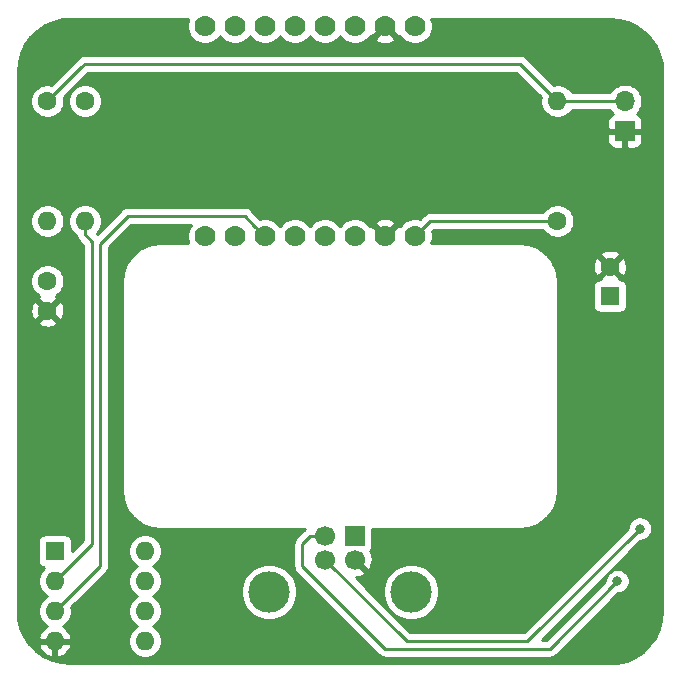
<source format=gbr>
G04 #@! TF.GenerationSoftware,KiCad,Pcbnew,5.1.5-52549c5~84~ubuntu19.04.1*
G04 #@! TF.CreationDate,2019-11-27T18:15:37+01:00*
G04 #@! TF.ProjectId,printplaat,7072696e-7470-46c6-9161-742e6b696361,rev?*
G04 #@! TF.SameCoordinates,Original*
G04 #@! TF.FileFunction,Copper,L1,Top*
G04 #@! TF.FilePolarity,Positive*
%FSLAX46Y46*%
G04 Gerber Fmt 4.6, Leading zero omitted, Abs format (unit mm)*
G04 Created by KiCad (PCBNEW 5.1.5-52549c5~84~ubuntu19.04.1) date 2019-11-27 18:15:37*
%MOMM*%
%LPD*%
G04 APERTURE LIST*
%ADD10R,1.600000X1.600000*%
%ADD11O,1.600000X1.600000*%
%ADD12C,1.600000*%
%ADD13R,1.700000X1.700000*%
%ADD14C,1.700000*%
%ADD15C,3.500000*%
%ADD16O,1.700000X1.700000*%
%ADD17C,1.778000*%
%ADD18C,0.800000*%
%ADD19C,0.250000*%
%ADD20C,0.254000*%
G04 APERTURE END LIST*
D10*
X99060000Y-160020000D03*
D11*
X106680000Y-167640000D03*
X99060000Y-162560000D03*
X106680000Y-165100000D03*
X99060000Y-165100000D03*
X106680000Y-162560000D03*
X99060000Y-167640000D03*
X106680000Y-160020000D03*
X101600000Y-132080000D03*
D12*
X101600000Y-121920000D03*
D10*
X146050000Y-138430000D03*
D12*
X146050000Y-135930000D03*
D13*
X124460000Y-158750000D03*
D14*
X121960000Y-158750000D03*
X121960000Y-160750000D03*
X124460000Y-160750000D03*
D15*
X129230000Y-163460000D03*
X117190000Y-163460000D03*
D12*
X141605000Y-132080000D03*
D11*
X141605000Y-121920000D03*
X98425000Y-132080000D03*
D12*
X98425000Y-121920000D03*
D13*
X147320000Y-124460000D03*
D16*
X147320000Y-121920000D03*
D12*
X98425000Y-137160000D03*
X98425000Y-139660000D03*
D17*
X111760000Y-133350000D03*
X114300000Y-133350000D03*
X116840000Y-133350000D03*
X119380000Y-133350000D03*
X121920000Y-133350000D03*
X124460000Y-133350000D03*
X127000000Y-133350000D03*
X129540000Y-133350000D03*
X129540000Y-115570000D03*
X127000000Y-115570000D03*
X124460000Y-115570000D03*
X121920000Y-115570000D03*
X119380000Y-115570000D03*
X116840000Y-115570000D03*
X114300000Y-115570000D03*
X111760000Y-115570000D03*
D18*
X146685000Y-162560000D03*
X148590000Y-158115000D03*
D19*
X141605000Y-121920000D02*
X138430000Y-118745000D01*
X101600000Y-118745000D02*
X101282500Y-119062500D01*
X138430000Y-118745000D02*
X101600000Y-118745000D01*
X101282500Y-119062500D02*
X98425000Y-121920000D01*
X147320000Y-121920000D02*
X141605000Y-121920000D01*
X113665000Y-133350000D02*
X114300000Y-133350000D01*
X114300000Y-133350000D02*
X114300000Y-132715000D01*
X99060000Y-162560000D02*
X101600000Y-160020000D01*
X101600000Y-133211370D02*
X102235000Y-133846370D01*
X101600000Y-132080000D02*
X101600000Y-133211370D01*
X102235000Y-159385000D02*
X101600000Y-160020000D01*
X102235000Y-133846370D02*
X102235000Y-159385000D01*
X115951001Y-132461001D02*
X116840000Y-133350000D01*
X105225009Y-131629991D02*
X115119991Y-131629991D01*
X102870000Y-133985000D02*
X105225009Y-131629991D01*
X99060000Y-165100000D02*
X102870000Y-161290000D01*
X102870000Y-161290000D02*
X102870000Y-133985000D01*
X115119991Y-131629991D02*
X115951001Y-132461001D01*
X130810000Y-132080000D02*
X129540000Y-133350000D01*
X141605000Y-132080000D02*
X130810000Y-132080000D01*
X120650000Y-158750000D02*
X121960000Y-158750000D01*
X146685000Y-162560000D02*
X140970000Y-168275000D01*
X120015000Y-161290000D02*
X120015000Y-159385000D01*
X127000000Y-168275000D02*
X120015000Y-161290000D01*
X140970000Y-168275000D02*
X127000000Y-168275000D01*
X120015000Y-159385000D02*
X120650000Y-158750000D01*
X128850000Y-167640000D02*
X121960000Y-160750000D01*
X139065000Y-167640000D02*
X128905000Y-167640000D01*
X148590000Y-158115000D02*
X139065000Y-167640000D01*
D20*
G36*
X110294566Y-115125466D02*
G01*
X110236000Y-115419899D01*
X110236000Y-115720101D01*
X110294566Y-116014534D01*
X110409449Y-116291885D01*
X110576232Y-116541493D01*
X110788507Y-116753768D01*
X111038115Y-116920551D01*
X111315466Y-117035434D01*
X111609899Y-117094000D01*
X111910101Y-117094000D01*
X112204534Y-117035434D01*
X112481885Y-116920551D01*
X112731493Y-116753768D01*
X112943768Y-116541493D01*
X113030000Y-116412438D01*
X113116232Y-116541493D01*
X113328507Y-116753768D01*
X113578115Y-116920551D01*
X113855466Y-117035434D01*
X114149899Y-117094000D01*
X114450101Y-117094000D01*
X114744534Y-117035434D01*
X115021885Y-116920551D01*
X115271493Y-116753768D01*
X115483768Y-116541493D01*
X115570000Y-116412438D01*
X115656232Y-116541493D01*
X115868507Y-116753768D01*
X116118115Y-116920551D01*
X116395466Y-117035434D01*
X116689899Y-117094000D01*
X116990101Y-117094000D01*
X117284534Y-117035434D01*
X117561885Y-116920551D01*
X117811493Y-116753768D01*
X118023768Y-116541493D01*
X118110000Y-116412438D01*
X118196232Y-116541493D01*
X118408507Y-116753768D01*
X118658115Y-116920551D01*
X118935466Y-117035434D01*
X119229899Y-117094000D01*
X119530101Y-117094000D01*
X119824534Y-117035434D01*
X120101885Y-116920551D01*
X120351493Y-116753768D01*
X120563768Y-116541493D01*
X120650000Y-116412438D01*
X120736232Y-116541493D01*
X120948507Y-116753768D01*
X121198115Y-116920551D01*
X121475466Y-117035434D01*
X121769899Y-117094000D01*
X122070101Y-117094000D01*
X122364534Y-117035434D01*
X122641885Y-116920551D01*
X122891493Y-116753768D01*
X123103768Y-116541493D01*
X123190000Y-116412438D01*
X123276232Y-116541493D01*
X123488507Y-116753768D01*
X123738115Y-116920551D01*
X124015466Y-117035434D01*
X124309899Y-117094000D01*
X124610101Y-117094000D01*
X124904534Y-117035434D01*
X125181885Y-116920551D01*
X125431493Y-116753768D01*
X125559030Y-116626231D01*
X126123374Y-116626231D01*
X126205727Y-116879289D01*
X126476418Y-117009086D01*
X126767230Y-117083580D01*
X127066988Y-117099908D01*
X127364171Y-117057443D01*
X127647359Y-116957816D01*
X127794273Y-116879289D01*
X127876626Y-116626231D01*
X127000000Y-115749605D01*
X126123374Y-116626231D01*
X125559030Y-116626231D01*
X125643768Y-116541493D01*
X125749417Y-116383378D01*
X125943769Y-116446626D01*
X126820395Y-115570000D01*
X126806253Y-115555858D01*
X126985858Y-115376253D01*
X127000000Y-115390395D01*
X127014143Y-115376253D01*
X127193748Y-115555858D01*
X127179605Y-115570000D01*
X128056231Y-116446626D01*
X128250583Y-116383378D01*
X128356232Y-116541493D01*
X128568507Y-116753768D01*
X128818115Y-116920551D01*
X129095466Y-117035434D01*
X129389899Y-117094000D01*
X129690101Y-117094000D01*
X129984534Y-117035434D01*
X130261885Y-116920551D01*
X130511493Y-116753768D01*
X130723768Y-116541493D01*
X130890551Y-116291885D01*
X131005434Y-116014534D01*
X131064000Y-115720101D01*
X131064000Y-115419899D01*
X131005434Y-115125466D01*
X130936895Y-114960000D01*
X146020608Y-114960000D01*
X146832249Y-115032437D01*
X147589774Y-115239672D01*
X148298625Y-115577777D01*
X148936404Y-116036067D01*
X149482946Y-116600055D01*
X149920977Y-117251913D01*
X150236651Y-117971038D01*
X150421206Y-118739768D01*
X150470000Y-119404207D01*
X150470001Y-165070597D01*
X150397563Y-165882249D01*
X150190328Y-166639774D01*
X149852221Y-167348627D01*
X149393928Y-167986410D01*
X148829945Y-168532946D01*
X148178085Y-168970978D01*
X147458963Y-169286651D01*
X146690232Y-169471206D01*
X146025792Y-169520000D01*
X100359392Y-169520000D01*
X99547751Y-169447563D01*
X98790226Y-169240328D01*
X98081373Y-168902221D01*
X97443590Y-168443928D01*
X97002774Y-167989039D01*
X97668096Y-167989039D01*
X97708754Y-168123087D01*
X97828963Y-168377420D01*
X97996481Y-168603414D01*
X98204869Y-168792385D01*
X98446119Y-168937070D01*
X98710960Y-169031909D01*
X98933000Y-168910624D01*
X98933000Y-167767000D01*
X99187000Y-167767000D01*
X99187000Y-168910624D01*
X99409040Y-169031909D01*
X99673881Y-168937070D01*
X99915131Y-168792385D01*
X100123519Y-168603414D01*
X100291037Y-168377420D01*
X100411246Y-168123087D01*
X100451904Y-167989039D01*
X100329915Y-167767000D01*
X99187000Y-167767000D01*
X98933000Y-167767000D01*
X97790085Y-167767000D01*
X97668096Y-167989039D01*
X97002774Y-167989039D01*
X96897054Y-167879945D01*
X96459022Y-167228085D01*
X96143349Y-166508963D01*
X95958794Y-165740232D01*
X95910000Y-165075792D01*
X95910000Y-159220000D01*
X97621928Y-159220000D01*
X97621928Y-160820000D01*
X97634188Y-160944482D01*
X97670498Y-161064180D01*
X97729463Y-161174494D01*
X97808815Y-161271185D01*
X97905506Y-161350537D01*
X98015820Y-161409502D01*
X98135518Y-161445812D01*
X98143961Y-161446643D01*
X97945363Y-161645241D01*
X97788320Y-161880273D01*
X97680147Y-162141426D01*
X97625000Y-162418665D01*
X97625000Y-162701335D01*
X97680147Y-162978574D01*
X97788320Y-163239727D01*
X97945363Y-163474759D01*
X98145241Y-163674637D01*
X98377759Y-163830000D01*
X98145241Y-163985363D01*
X97945363Y-164185241D01*
X97788320Y-164420273D01*
X97680147Y-164681426D01*
X97625000Y-164958665D01*
X97625000Y-165241335D01*
X97680147Y-165518574D01*
X97788320Y-165779727D01*
X97945363Y-166014759D01*
X98145241Y-166214637D01*
X98380273Y-166371680D01*
X98390865Y-166376067D01*
X98204869Y-166487615D01*
X97996481Y-166676586D01*
X97828963Y-166902580D01*
X97708754Y-167156913D01*
X97668096Y-167290961D01*
X97790085Y-167513000D01*
X98933000Y-167513000D01*
X98933000Y-167493000D01*
X99187000Y-167493000D01*
X99187000Y-167513000D01*
X100329915Y-167513000D01*
X100451904Y-167290961D01*
X100411246Y-167156913D01*
X100291037Y-166902580D01*
X100123519Y-166676586D01*
X99915131Y-166487615D01*
X99729135Y-166376067D01*
X99739727Y-166371680D01*
X99974759Y-166214637D01*
X100174637Y-166014759D01*
X100331680Y-165779727D01*
X100439853Y-165518574D01*
X100495000Y-165241335D01*
X100495000Y-164958665D01*
X100458688Y-164776113D01*
X103381004Y-161853798D01*
X103410001Y-161830001D01*
X103504974Y-161714276D01*
X103575546Y-161582247D01*
X103619003Y-161438986D01*
X103630000Y-161327333D01*
X103630000Y-161327325D01*
X103633676Y-161290000D01*
X103630000Y-161252675D01*
X103630000Y-159878665D01*
X105245000Y-159878665D01*
X105245000Y-160161335D01*
X105300147Y-160438574D01*
X105408320Y-160699727D01*
X105565363Y-160934759D01*
X105765241Y-161134637D01*
X105997759Y-161290000D01*
X105765241Y-161445363D01*
X105565363Y-161645241D01*
X105408320Y-161880273D01*
X105300147Y-162141426D01*
X105245000Y-162418665D01*
X105245000Y-162701335D01*
X105300147Y-162978574D01*
X105408320Y-163239727D01*
X105565363Y-163474759D01*
X105765241Y-163674637D01*
X105997759Y-163830000D01*
X105765241Y-163985363D01*
X105565363Y-164185241D01*
X105408320Y-164420273D01*
X105300147Y-164681426D01*
X105245000Y-164958665D01*
X105245000Y-165241335D01*
X105300147Y-165518574D01*
X105408320Y-165779727D01*
X105565363Y-166014759D01*
X105765241Y-166214637D01*
X105997759Y-166370000D01*
X105765241Y-166525363D01*
X105565363Y-166725241D01*
X105408320Y-166960273D01*
X105300147Y-167221426D01*
X105245000Y-167498665D01*
X105245000Y-167781335D01*
X105300147Y-168058574D01*
X105408320Y-168319727D01*
X105565363Y-168554759D01*
X105765241Y-168754637D01*
X106000273Y-168911680D01*
X106261426Y-169019853D01*
X106538665Y-169075000D01*
X106821335Y-169075000D01*
X107098574Y-169019853D01*
X107359727Y-168911680D01*
X107594759Y-168754637D01*
X107794637Y-168554759D01*
X107951680Y-168319727D01*
X108059853Y-168058574D01*
X108115000Y-167781335D01*
X108115000Y-167498665D01*
X108059853Y-167221426D01*
X107951680Y-166960273D01*
X107794637Y-166725241D01*
X107594759Y-166525363D01*
X107362241Y-166370000D01*
X107594759Y-166214637D01*
X107794637Y-166014759D01*
X107951680Y-165779727D01*
X108059853Y-165518574D01*
X108115000Y-165241335D01*
X108115000Y-164958665D01*
X108059853Y-164681426D01*
X107951680Y-164420273D01*
X107794637Y-164185241D01*
X107594759Y-163985363D01*
X107362241Y-163830000D01*
X107594759Y-163674637D01*
X107794637Y-163474759D01*
X107951680Y-163239727D01*
X107957739Y-163225098D01*
X114805000Y-163225098D01*
X114805000Y-163694902D01*
X114896654Y-164155679D01*
X115076440Y-164589721D01*
X115337450Y-164980349D01*
X115669651Y-165312550D01*
X116060279Y-165573560D01*
X116494321Y-165753346D01*
X116955098Y-165845000D01*
X117424902Y-165845000D01*
X117885679Y-165753346D01*
X118319721Y-165573560D01*
X118710349Y-165312550D01*
X119042550Y-164980349D01*
X119303560Y-164589721D01*
X119483346Y-164155679D01*
X119575000Y-163694902D01*
X119575000Y-163225098D01*
X119483346Y-162764321D01*
X119303560Y-162330279D01*
X119042550Y-161939651D01*
X118710349Y-161607450D01*
X118319721Y-161346440D01*
X117885679Y-161166654D01*
X117424902Y-161075000D01*
X116955098Y-161075000D01*
X116494321Y-161166654D01*
X116060279Y-161346440D01*
X115669651Y-161607450D01*
X115337450Y-161939651D01*
X115076440Y-162330279D01*
X114896654Y-162764321D01*
X114805000Y-163225098D01*
X107957739Y-163225098D01*
X108059853Y-162978574D01*
X108115000Y-162701335D01*
X108115000Y-162418665D01*
X108059853Y-162141426D01*
X107951680Y-161880273D01*
X107794637Y-161645241D01*
X107594759Y-161445363D01*
X107362241Y-161290000D01*
X107594759Y-161134637D01*
X107794637Y-160934759D01*
X107951680Y-160699727D01*
X108059853Y-160438574D01*
X108115000Y-160161335D01*
X108115000Y-159878665D01*
X108059853Y-159601426D01*
X107951680Y-159340273D01*
X107794637Y-159105241D01*
X107594759Y-158905363D01*
X107359727Y-158748320D01*
X107098574Y-158640147D01*
X106821335Y-158585000D01*
X106538665Y-158585000D01*
X106261426Y-158640147D01*
X106000273Y-158748320D01*
X105765241Y-158905363D01*
X105565363Y-159105241D01*
X105408320Y-159340273D01*
X105300147Y-159601426D01*
X105245000Y-159878665D01*
X103630000Y-159878665D01*
X103630000Y-134299801D01*
X105539811Y-132389991D01*
X110568559Y-132389991D01*
X110409449Y-132628115D01*
X110294566Y-132905466D01*
X110236000Y-133199899D01*
X110236000Y-133500101D01*
X110294566Y-133794534D01*
X110363105Y-133960000D01*
X107917581Y-133960000D01*
X107888254Y-133962888D01*
X107872451Y-133962778D01*
X107863280Y-133963678D01*
X107370273Y-134015495D01*
X107311742Y-134027510D01*
X107252917Y-134038731D01*
X107244095Y-134041395D01*
X106770542Y-134187984D01*
X106715427Y-134211153D01*
X106659934Y-134233573D01*
X106651798Y-134237900D01*
X106215738Y-134473677D01*
X106166171Y-134507110D01*
X106116092Y-134539881D01*
X106108951Y-134545706D01*
X105726991Y-134861690D01*
X105684850Y-134904126D01*
X105642101Y-134945989D01*
X105636227Y-134953089D01*
X105322917Y-135337246D01*
X105289824Y-135387054D01*
X105256017Y-135436428D01*
X105251634Y-135444534D01*
X105018908Y-135882230D01*
X104996122Y-135937512D01*
X104972547Y-135992517D01*
X104969822Y-136001320D01*
X104826543Y-136475884D01*
X104814923Y-136534572D01*
X104802487Y-136593075D01*
X104801524Y-136602240D01*
X104753150Y-137095595D01*
X104750000Y-137127582D01*
X104750001Y-154972419D01*
X104752888Y-155001737D01*
X104752778Y-155017550D01*
X104753678Y-155026721D01*
X104805495Y-155519727D01*
X104817522Y-155578320D01*
X104828732Y-155637084D01*
X104831395Y-155645906D01*
X104977984Y-156119458D01*
X105001158Y-156174584D01*
X105023573Y-156230066D01*
X105027900Y-156238202D01*
X105263677Y-156674262D01*
X105297110Y-156723829D01*
X105329881Y-156773908D01*
X105335706Y-156781049D01*
X105651690Y-157163009D01*
X105694107Y-157205131D01*
X105735989Y-157247900D01*
X105743090Y-157253773D01*
X106127246Y-157567084D01*
X106177073Y-157600188D01*
X106226428Y-157633983D01*
X106234531Y-157638364D01*
X106234539Y-157638368D01*
X106672230Y-157871092D01*
X106727536Y-157893888D01*
X106782517Y-157917453D01*
X106791320Y-157920178D01*
X107265885Y-158063457D01*
X107324558Y-158075074D01*
X107383075Y-158087513D01*
X107392240Y-158088476D01*
X107885595Y-158136850D01*
X107885598Y-158136850D01*
X107917581Y-158140000D01*
X120195293Y-158140000D01*
X120109999Y-158209999D01*
X120086200Y-158238998D01*
X119503998Y-158821201D01*
X119475000Y-158844999D01*
X119451202Y-158873997D01*
X119451201Y-158873998D01*
X119380026Y-158960724D01*
X119309454Y-159092754D01*
X119265998Y-159236015D01*
X119251324Y-159385000D01*
X119255001Y-159422332D01*
X119255000Y-161252677D01*
X119251324Y-161290000D01*
X119255000Y-161327322D01*
X119255000Y-161327332D01*
X119265997Y-161438985D01*
X119292089Y-161525000D01*
X119309454Y-161582246D01*
X119380026Y-161714276D01*
X119414320Y-161756063D01*
X119474999Y-161830001D01*
X119504003Y-161853804D01*
X126436201Y-168786003D01*
X126459999Y-168815001D01*
X126575724Y-168909974D01*
X126707753Y-168980546D01*
X126851014Y-169024003D01*
X126962667Y-169035000D01*
X126962675Y-169035000D01*
X127000000Y-169038676D01*
X127037325Y-169035000D01*
X140932678Y-169035000D01*
X140970000Y-169038676D01*
X141007322Y-169035000D01*
X141007333Y-169035000D01*
X141118986Y-169024003D01*
X141262247Y-168980546D01*
X141394276Y-168909974D01*
X141510001Y-168815001D01*
X141533804Y-168785997D01*
X146724802Y-163595000D01*
X146786939Y-163595000D01*
X146986898Y-163555226D01*
X147175256Y-163477205D01*
X147344774Y-163363937D01*
X147488937Y-163219774D01*
X147602205Y-163050256D01*
X147680226Y-162861898D01*
X147720000Y-162661939D01*
X147720000Y-162458061D01*
X147680226Y-162258102D01*
X147602205Y-162069744D01*
X147488937Y-161900226D01*
X147344774Y-161756063D01*
X147175256Y-161642795D01*
X146986898Y-161564774D01*
X146786939Y-161525000D01*
X146583061Y-161525000D01*
X146383102Y-161564774D01*
X146194744Y-161642795D01*
X146025226Y-161756063D01*
X145881063Y-161900226D01*
X145767795Y-162069744D01*
X145689774Y-162258102D01*
X145650000Y-162458061D01*
X145650000Y-162520198D01*
X140655199Y-167515000D01*
X140264801Y-167515000D01*
X148629802Y-159150000D01*
X148691939Y-159150000D01*
X148891898Y-159110226D01*
X149080256Y-159032205D01*
X149249774Y-158918937D01*
X149393937Y-158774774D01*
X149507205Y-158605256D01*
X149585226Y-158416898D01*
X149625000Y-158216939D01*
X149625000Y-158013061D01*
X149585226Y-157813102D01*
X149507205Y-157624744D01*
X149393937Y-157455226D01*
X149249774Y-157311063D01*
X149080256Y-157197795D01*
X148891898Y-157119774D01*
X148691939Y-157080000D01*
X148488061Y-157080000D01*
X148288102Y-157119774D01*
X148099744Y-157197795D01*
X147930226Y-157311063D01*
X147786063Y-157455226D01*
X147672795Y-157624744D01*
X147594774Y-157813102D01*
X147555000Y-158013061D01*
X147555000Y-158075198D01*
X138750199Y-166880000D01*
X129164803Y-166880000D01*
X125509901Y-163225098D01*
X126845000Y-163225098D01*
X126845000Y-163694902D01*
X126936654Y-164155679D01*
X127116440Y-164589721D01*
X127377450Y-164980349D01*
X127709651Y-165312550D01*
X128100279Y-165573560D01*
X128534321Y-165753346D01*
X128995098Y-165845000D01*
X129464902Y-165845000D01*
X129925679Y-165753346D01*
X130359721Y-165573560D01*
X130750349Y-165312550D01*
X131082550Y-164980349D01*
X131343560Y-164589721D01*
X131523346Y-164155679D01*
X131615000Y-163694902D01*
X131615000Y-163225098D01*
X131523346Y-162764321D01*
X131343560Y-162330279D01*
X131082550Y-161939651D01*
X130750349Y-161607450D01*
X130359721Y-161346440D01*
X129925679Y-161166654D01*
X129464902Y-161075000D01*
X128995098Y-161075000D01*
X128534321Y-161166654D01*
X128100279Y-161346440D01*
X127709651Y-161607450D01*
X127377450Y-161939651D01*
X127116440Y-162330279D01*
X126936654Y-162764321D01*
X126845000Y-163225098D01*
X125509901Y-163225098D01*
X124525241Y-162240439D01*
X124528531Y-162240611D01*
X124818019Y-162198599D01*
X125093747Y-162100919D01*
X125231157Y-162027472D01*
X125308792Y-161778397D01*
X124460000Y-160929605D01*
X124445858Y-160943748D01*
X124266253Y-160764143D01*
X124280395Y-160750000D01*
X124266253Y-160735858D01*
X124445858Y-160556253D01*
X124460000Y-160570395D01*
X124474143Y-160556253D01*
X124653748Y-160735858D01*
X124639605Y-160750000D01*
X125488397Y-161598792D01*
X125737472Y-161521157D01*
X125863371Y-161257117D01*
X125935339Y-160973589D01*
X125950611Y-160681469D01*
X125908599Y-160391981D01*
X125810919Y-160116253D01*
X125770241Y-160040150D01*
X125840537Y-159954494D01*
X125899502Y-159844180D01*
X125935812Y-159724482D01*
X125948072Y-159600000D01*
X125948072Y-158140000D01*
X138462419Y-158140000D01*
X138491746Y-158137112D01*
X138507550Y-158137222D01*
X138516721Y-158136322D01*
X139009727Y-158084505D01*
X139068320Y-158072478D01*
X139127084Y-158061268D01*
X139135906Y-158058605D01*
X139609458Y-157912016D01*
X139664584Y-157888842D01*
X139720066Y-157866427D01*
X139728202Y-157862100D01*
X140164262Y-157626323D01*
X140213829Y-157592890D01*
X140263908Y-157560119D01*
X140271049Y-157554294D01*
X140653009Y-157238310D01*
X140695131Y-157195893D01*
X140737900Y-157154011D01*
X140743773Y-157146910D01*
X141057084Y-156762754D01*
X141090188Y-156712927D01*
X141123983Y-156663572D01*
X141128364Y-156655469D01*
X141128368Y-156655461D01*
X141361092Y-156217770D01*
X141383888Y-156162464D01*
X141407453Y-156107483D01*
X141410178Y-156098680D01*
X141553457Y-155624115D01*
X141565074Y-155565442D01*
X141577513Y-155506925D01*
X141578476Y-155497760D01*
X141626850Y-155004405D01*
X141626850Y-155004402D01*
X141630000Y-154972419D01*
X141630000Y-137630000D01*
X144611928Y-137630000D01*
X144611928Y-139230000D01*
X144624188Y-139354482D01*
X144660498Y-139474180D01*
X144719463Y-139584494D01*
X144798815Y-139681185D01*
X144895506Y-139760537D01*
X145005820Y-139819502D01*
X145125518Y-139855812D01*
X145250000Y-139868072D01*
X146850000Y-139868072D01*
X146974482Y-139855812D01*
X147094180Y-139819502D01*
X147204494Y-139760537D01*
X147301185Y-139681185D01*
X147380537Y-139584494D01*
X147439502Y-139474180D01*
X147475812Y-139354482D01*
X147488072Y-139230000D01*
X147488072Y-137630000D01*
X147475812Y-137505518D01*
X147439502Y-137385820D01*
X147380537Y-137275506D01*
X147301185Y-137178815D01*
X147204494Y-137099463D01*
X147094180Y-137040498D01*
X146974482Y-137004188D01*
X146850000Y-136991928D01*
X146842785Y-136991928D01*
X146863097Y-136922702D01*
X146050000Y-136109605D01*
X145236903Y-136922702D01*
X145257215Y-136991928D01*
X145250000Y-136991928D01*
X145125518Y-137004188D01*
X145005820Y-137040498D01*
X144895506Y-137099463D01*
X144798815Y-137178815D01*
X144719463Y-137275506D01*
X144660498Y-137385820D01*
X144624188Y-137505518D01*
X144611928Y-137630000D01*
X141630000Y-137630000D01*
X141630000Y-137127581D01*
X141627112Y-137098254D01*
X141627222Y-137082451D01*
X141626322Y-137073280D01*
X141574505Y-136580273D01*
X141562490Y-136521742D01*
X141551269Y-136462917D01*
X141548605Y-136454095D01*
X141408198Y-136000512D01*
X144609783Y-136000512D01*
X144651213Y-136280130D01*
X144746397Y-136546292D01*
X144813329Y-136671514D01*
X145057298Y-136743097D01*
X145870395Y-135930000D01*
X146229605Y-135930000D01*
X147042702Y-136743097D01*
X147286671Y-136671514D01*
X147407571Y-136416004D01*
X147476300Y-136141816D01*
X147490217Y-135859488D01*
X147448787Y-135579870D01*
X147353603Y-135313708D01*
X147286671Y-135188486D01*
X147042702Y-135116903D01*
X146229605Y-135930000D01*
X145870395Y-135930000D01*
X145057298Y-135116903D01*
X144813329Y-135188486D01*
X144692429Y-135443996D01*
X144623700Y-135718184D01*
X144609783Y-136000512D01*
X141408198Y-136000512D01*
X141402016Y-135980542D01*
X141378847Y-135925427D01*
X141356427Y-135869934D01*
X141352100Y-135861798D01*
X141116323Y-135425738D01*
X141082890Y-135376171D01*
X141050119Y-135326092D01*
X141044294Y-135318951D01*
X140728564Y-134937298D01*
X145236903Y-134937298D01*
X146050000Y-135750395D01*
X146863097Y-134937298D01*
X146791514Y-134693329D01*
X146536004Y-134572429D01*
X146261816Y-134503700D01*
X145979488Y-134489783D01*
X145699870Y-134531213D01*
X145433708Y-134626397D01*
X145308486Y-134693329D01*
X145236903Y-134937298D01*
X140728564Y-134937298D01*
X140728310Y-134936991D01*
X140685874Y-134894850D01*
X140644011Y-134852101D01*
X140636911Y-134846227D01*
X140252754Y-134532917D01*
X140202946Y-134499824D01*
X140153572Y-134466017D01*
X140145466Y-134461634D01*
X139707770Y-134228908D01*
X139652488Y-134206122D01*
X139597483Y-134182547D01*
X139588680Y-134179822D01*
X139114116Y-134036543D01*
X139055428Y-134024923D01*
X138996925Y-134012487D01*
X138987760Y-134011524D01*
X138494405Y-133963150D01*
X138494402Y-133963150D01*
X138462419Y-133960000D01*
X130936895Y-133960000D01*
X131005434Y-133794534D01*
X131064000Y-133500101D01*
X131064000Y-133199899D01*
X131014377Y-132950425D01*
X131124802Y-132840000D01*
X140386957Y-132840000D01*
X140490363Y-132994759D01*
X140690241Y-133194637D01*
X140925273Y-133351680D01*
X141186426Y-133459853D01*
X141463665Y-133515000D01*
X141746335Y-133515000D01*
X142023574Y-133459853D01*
X142284727Y-133351680D01*
X142519759Y-133194637D01*
X142719637Y-132994759D01*
X142876680Y-132759727D01*
X142984853Y-132498574D01*
X143040000Y-132221335D01*
X143040000Y-131938665D01*
X142984853Y-131661426D01*
X142876680Y-131400273D01*
X142719637Y-131165241D01*
X142519759Y-130965363D01*
X142284727Y-130808320D01*
X142023574Y-130700147D01*
X141746335Y-130645000D01*
X141463665Y-130645000D01*
X141186426Y-130700147D01*
X140925273Y-130808320D01*
X140690241Y-130965363D01*
X140490363Y-131165241D01*
X140386957Y-131320000D01*
X130847322Y-131320000D01*
X130809999Y-131316324D01*
X130772676Y-131320000D01*
X130772667Y-131320000D01*
X130661014Y-131330997D01*
X130517753Y-131374454D01*
X130385724Y-131445026D01*
X130269999Y-131539999D01*
X130246201Y-131568997D01*
X129939575Y-131875623D01*
X129690101Y-131826000D01*
X129389899Y-131826000D01*
X129095466Y-131884566D01*
X128818115Y-131999449D01*
X128568507Y-132166232D01*
X128356232Y-132378507D01*
X128250583Y-132536622D01*
X128056231Y-132473374D01*
X127179605Y-133350000D01*
X127193748Y-133364143D01*
X127014143Y-133543748D01*
X127000000Y-133529605D01*
X126985858Y-133543748D01*
X126806253Y-133364143D01*
X126820395Y-133350000D01*
X125943769Y-132473374D01*
X125749417Y-132536622D01*
X125643768Y-132378507D01*
X125559030Y-132293769D01*
X126123374Y-132293769D01*
X127000000Y-133170395D01*
X127876626Y-132293769D01*
X127794273Y-132040711D01*
X127523582Y-131910914D01*
X127232770Y-131836420D01*
X126933012Y-131820092D01*
X126635829Y-131862557D01*
X126352641Y-131962184D01*
X126205727Y-132040711D01*
X126123374Y-132293769D01*
X125559030Y-132293769D01*
X125431493Y-132166232D01*
X125181885Y-131999449D01*
X124904534Y-131884566D01*
X124610101Y-131826000D01*
X124309899Y-131826000D01*
X124015466Y-131884566D01*
X123738115Y-131999449D01*
X123488507Y-132166232D01*
X123276232Y-132378507D01*
X123190000Y-132507562D01*
X123103768Y-132378507D01*
X122891493Y-132166232D01*
X122641885Y-131999449D01*
X122364534Y-131884566D01*
X122070101Y-131826000D01*
X121769899Y-131826000D01*
X121475466Y-131884566D01*
X121198115Y-131999449D01*
X120948507Y-132166232D01*
X120736232Y-132378507D01*
X120650000Y-132507562D01*
X120563768Y-132378507D01*
X120351493Y-132166232D01*
X120101885Y-131999449D01*
X119824534Y-131884566D01*
X119530101Y-131826000D01*
X119229899Y-131826000D01*
X118935466Y-131884566D01*
X118658115Y-131999449D01*
X118408507Y-132166232D01*
X118196232Y-132378507D01*
X118110000Y-132507562D01*
X118023768Y-132378507D01*
X117811493Y-132166232D01*
X117561885Y-131999449D01*
X117284534Y-131884566D01*
X116990101Y-131826000D01*
X116689899Y-131826000D01*
X116440425Y-131875623D01*
X115683794Y-131118993D01*
X115659992Y-131089990D01*
X115544267Y-130995017D01*
X115412238Y-130924445D01*
X115268977Y-130880988D01*
X115157324Y-130869991D01*
X115157313Y-130869991D01*
X115119991Y-130866315D01*
X115082669Y-130869991D01*
X105262334Y-130869991D01*
X105225009Y-130866315D01*
X105187684Y-130869991D01*
X105187676Y-130869991D01*
X105076023Y-130880988D01*
X104932762Y-130924445D01*
X104800733Y-130995017D01*
X104685008Y-131089990D01*
X104661210Y-131118988D01*
X102621815Y-133158384D01*
X102586414Y-133122982D01*
X102714637Y-132994759D01*
X102871680Y-132759727D01*
X102979853Y-132498574D01*
X103035000Y-132221335D01*
X103035000Y-131938665D01*
X102979853Y-131661426D01*
X102871680Y-131400273D01*
X102714637Y-131165241D01*
X102514759Y-130965363D01*
X102279727Y-130808320D01*
X102018574Y-130700147D01*
X101741335Y-130645000D01*
X101458665Y-130645000D01*
X101181426Y-130700147D01*
X100920273Y-130808320D01*
X100685241Y-130965363D01*
X100485363Y-131165241D01*
X100328320Y-131400273D01*
X100220147Y-131661426D01*
X100165000Y-131938665D01*
X100165000Y-132221335D01*
X100220147Y-132498574D01*
X100328320Y-132759727D01*
X100485363Y-132994759D01*
X100685241Y-133194637D01*
X100845203Y-133301520D01*
X100850144Y-133351680D01*
X100850998Y-133360355D01*
X100894454Y-133503616D01*
X100965026Y-133635646D01*
X101029471Y-133714171D01*
X101060000Y-133751371D01*
X101088998Y-133775169D01*
X101475000Y-134161172D01*
X101475001Y-159070197D01*
X101089007Y-159456192D01*
X101088996Y-159456201D01*
X100498072Y-160047125D01*
X100498072Y-159220000D01*
X100485812Y-159095518D01*
X100449502Y-158975820D01*
X100390537Y-158865506D01*
X100311185Y-158768815D01*
X100214494Y-158689463D01*
X100104180Y-158630498D01*
X99984482Y-158594188D01*
X99860000Y-158581928D01*
X98260000Y-158581928D01*
X98135518Y-158594188D01*
X98015820Y-158630498D01*
X97905506Y-158689463D01*
X97808815Y-158768815D01*
X97729463Y-158865506D01*
X97670498Y-158975820D01*
X97634188Y-159095518D01*
X97621928Y-159220000D01*
X95910000Y-159220000D01*
X95910000Y-140652702D01*
X97611903Y-140652702D01*
X97683486Y-140896671D01*
X97938996Y-141017571D01*
X98213184Y-141086300D01*
X98495512Y-141100217D01*
X98775130Y-141058787D01*
X99041292Y-140963603D01*
X99166514Y-140896671D01*
X99238097Y-140652702D01*
X98425000Y-139839605D01*
X97611903Y-140652702D01*
X95910000Y-140652702D01*
X95910000Y-139730512D01*
X96984783Y-139730512D01*
X97026213Y-140010130D01*
X97121397Y-140276292D01*
X97188329Y-140401514D01*
X97432298Y-140473097D01*
X98245395Y-139660000D01*
X98604605Y-139660000D01*
X99417702Y-140473097D01*
X99661671Y-140401514D01*
X99782571Y-140146004D01*
X99851300Y-139871816D01*
X99865217Y-139589488D01*
X99823787Y-139309870D01*
X99728603Y-139043708D01*
X99661671Y-138918486D01*
X99417702Y-138846903D01*
X98604605Y-139660000D01*
X98245395Y-139660000D01*
X97432298Y-138846903D01*
X97188329Y-138918486D01*
X97067429Y-139173996D01*
X96998700Y-139448184D01*
X96984783Y-139730512D01*
X95910000Y-139730512D01*
X95910000Y-137018665D01*
X96990000Y-137018665D01*
X96990000Y-137301335D01*
X97045147Y-137578574D01*
X97153320Y-137839727D01*
X97310363Y-138074759D01*
X97510241Y-138274637D01*
X97710869Y-138408692D01*
X97683486Y-138423329D01*
X97611903Y-138667298D01*
X98425000Y-139480395D01*
X99238097Y-138667298D01*
X99166514Y-138423329D01*
X99137659Y-138409676D01*
X99339759Y-138274637D01*
X99539637Y-138074759D01*
X99696680Y-137839727D01*
X99804853Y-137578574D01*
X99860000Y-137301335D01*
X99860000Y-137018665D01*
X99804853Y-136741426D01*
X99696680Y-136480273D01*
X99539637Y-136245241D01*
X99339759Y-136045363D01*
X99104727Y-135888320D01*
X98843574Y-135780147D01*
X98566335Y-135725000D01*
X98283665Y-135725000D01*
X98006426Y-135780147D01*
X97745273Y-135888320D01*
X97510241Y-136045363D01*
X97310363Y-136245241D01*
X97153320Y-136480273D01*
X97045147Y-136741426D01*
X96990000Y-137018665D01*
X95910000Y-137018665D01*
X95910000Y-131938665D01*
X96990000Y-131938665D01*
X96990000Y-132221335D01*
X97045147Y-132498574D01*
X97153320Y-132759727D01*
X97310363Y-132994759D01*
X97510241Y-133194637D01*
X97745273Y-133351680D01*
X98006426Y-133459853D01*
X98283665Y-133515000D01*
X98566335Y-133515000D01*
X98843574Y-133459853D01*
X99104727Y-133351680D01*
X99339759Y-133194637D01*
X99539637Y-132994759D01*
X99696680Y-132759727D01*
X99804853Y-132498574D01*
X99860000Y-132221335D01*
X99860000Y-131938665D01*
X99804853Y-131661426D01*
X99696680Y-131400273D01*
X99539637Y-131165241D01*
X99339759Y-130965363D01*
X99104727Y-130808320D01*
X98843574Y-130700147D01*
X98566335Y-130645000D01*
X98283665Y-130645000D01*
X98006426Y-130700147D01*
X97745273Y-130808320D01*
X97510241Y-130965363D01*
X97310363Y-131165241D01*
X97153320Y-131400273D01*
X97045147Y-131661426D01*
X96990000Y-131938665D01*
X95910000Y-131938665D01*
X95910000Y-125310000D01*
X145831928Y-125310000D01*
X145844188Y-125434482D01*
X145880498Y-125554180D01*
X145939463Y-125664494D01*
X146018815Y-125761185D01*
X146115506Y-125840537D01*
X146225820Y-125899502D01*
X146345518Y-125935812D01*
X146470000Y-125948072D01*
X147034250Y-125945000D01*
X147193000Y-125786250D01*
X147193000Y-124587000D01*
X147447000Y-124587000D01*
X147447000Y-125786250D01*
X147605750Y-125945000D01*
X148170000Y-125948072D01*
X148294482Y-125935812D01*
X148414180Y-125899502D01*
X148524494Y-125840537D01*
X148621185Y-125761185D01*
X148700537Y-125664494D01*
X148759502Y-125554180D01*
X148795812Y-125434482D01*
X148808072Y-125310000D01*
X148805000Y-124745750D01*
X148646250Y-124587000D01*
X147447000Y-124587000D01*
X147193000Y-124587000D01*
X145993750Y-124587000D01*
X145835000Y-124745750D01*
X145831928Y-125310000D01*
X95910000Y-125310000D01*
X95910000Y-121778665D01*
X96990000Y-121778665D01*
X96990000Y-122061335D01*
X97045147Y-122338574D01*
X97153320Y-122599727D01*
X97310363Y-122834759D01*
X97510241Y-123034637D01*
X97745273Y-123191680D01*
X98006426Y-123299853D01*
X98283665Y-123355000D01*
X98566335Y-123355000D01*
X98843574Y-123299853D01*
X99104727Y-123191680D01*
X99339759Y-123034637D01*
X99539637Y-122834759D01*
X99696680Y-122599727D01*
X99804853Y-122338574D01*
X99860000Y-122061335D01*
X99860000Y-121778665D01*
X100165000Y-121778665D01*
X100165000Y-122061335D01*
X100220147Y-122338574D01*
X100328320Y-122599727D01*
X100485363Y-122834759D01*
X100685241Y-123034637D01*
X100920273Y-123191680D01*
X101181426Y-123299853D01*
X101458665Y-123355000D01*
X101741335Y-123355000D01*
X102018574Y-123299853D01*
X102279727Y-123191680D01*
X102514759Y-123034637D01*
X102714637Y-122834759D01*
X102871680Y-122599727D01*
X102979853Y-122338574D01*
X103035000Y-122061335D01*
X103035000Y-121778665D01*
X102979853Y-121501426D01*
X102871680Y-121240273D01*
X102714637Y-121005241D01*
X102514759Y-120805363D01*
X102279727Y-120648320D01*
X102018574Y-120540147D01*
X101741335Y-120485000D01*
X101458665Y-120485000D01*
X101181426Y-120540147D01*
X100920273Y-120648320D01*
X100685241Y-120805363D01*
X100485363Y-121005241D01*
X100328320Y-121240273D01*
X100220147Y-121501426D01*
X100165000Y-121778665D01*
X99860000Y-121778665D01*
X99823688Y-121596114D01*
X101846299Y-119573503D01*
X101846304Y-119573497D01*
X101914801Y-119505000D01*
X138115199Y-119505000D01*
X140206312Y-121596114D01*
X140170000Y-121778665D01*
X140170000Y-122061335D01*
X140225147Y-122338574D01*
X140333320Y-122599727D01*
X140490363Y-122834759D01*
X140690241Y-123034637D01*
X140925273Y-123191680D01*
X141186426Y-123299853D01*
X141463665Y-123355000D01*
X141746335Y-123355000D01*
X142023574Y-123299853D01*
X142284727Y-123191680D01*
X142519759Y-123034637D01*
X142719637Y-122834759D01*
X142823043Y-122680000D01*
X146041822Y-122680000D01*
X146166525Y-122866632D01*
X146298380Y-122998487D01*
X146225820Y-123020498D01*
X146115506Y-123079463D01*
X146018815Y-123158815D01*
X145939463Y-123255506D01*
X145880498Y-123365820D01*
X145844188Y-123485518D01*
X145831928Y-123610000D01*
X145835000Y-124174250D01*
X145993750Y-124333000D01*
X147193000Y-124333000D01*
X147193000Y-124313000D01*
X147447000Y-124313000D01*
X147447000Y-124333000D01*
X148646250Y-124333000D01*
X148805000Y-124174250D01*
X148808072Y-123610000D01*
X148795812Y-123485518D01*
X148759502Y-123365820D01*
X148700537Y-123255506D01*
X148621185Y-123158815D01*
X148524494Y-123079463D01*
X148414180Y-123020498D01*
X148341620Y-122998487D01*
X148473475Y-122866632D01*
X148635990Y-122623411D01*
X148747932Y-122353158D01*
X148805000Y-122066260D01*
X148805000Y-121773740D01*
X148747932Y-121486842D01*
X148635990Y-121216589D01*
X148473475Y-120973368D01*
X148266632Y-120766525D01*
X148023411Y-120604010D01*
X147753158Y-120492068D01*
X147466260Y-120435000D01*
X147173740Y-120435000D01*
X146886842Y-120492068D01*
X146616589Y-120604010D01*
X146373368Y-120766525D01*
X146166525Y-120973368D01*
X146041822Y-121160000D01*
X142823043Y-121160000D01*
X142719637Y-121005241D01*
X142519759Y-120805363D01*
X142284727Y-120648320D01*
X142023574Y-120540147D01*
X141746335Y-120485000D01*
X141463665Y-120485000D01*
X141281114Y-120521312D01*
X138993804Y-118234003D01*
X138970001Y-118204999D01*
X138854276Y-118110026D01*
X138722247Y-118039454D01*
X138578986Y-117995997D01*
X138467333Y-117985000D01*
X138467322Y-117985000D01*
X138430000Y-117981324D01*
X138392678Y-117985000D01*
X101637323Y-117985000D01*
X101600000Y-117981324D01*
X101562677Y-117985000D01*
X101562667Y-117985000D01*
X101451014Y-117995997D01*
X101307753Y-118039454D01*
X101175724Y-118110026D01*
X101059999Y-118204999D01*
X101036196Y-118234003D01*
X100771503Y-118498696D01*
X100771497Y-118498701D01*
X98748886Y-120521312D01*
X98566335Y-120485000D01*
X98283665Y-120485000D01*
X98006426Y-120540147D01*
X97745273Y-120648320D01*
X97510241Y-120805363D01*
X97310363Y-121005241D01*
X97153320Y-121240273D01*
X97045147Y-121501426D01*
X96990000Y-121778665D01*
X95910000Y-121778665D01*
X95910000Y-119409392D01*
X95982437Y-118597751D01*
X96189672Y-117840226D01*
X96527777Y-117131375D01*
X96986067Y-116493596D01*
X97550055Y-115947054D01*
X98201913Y-115509023D01*
X98921038Y-115193349D01*
X99689768Y-115008794D01*
X100354207Y-114960000D01*
X110363105Y-114960000D01*
X110294566Y-115125466D01*
G37*
X110294566Y-115125466D02*
X110236000Y-115419899D01*
X110236000Y-115720101D01*
X110294566Y-116014534D01*
X110409449Y-116291885D01*
X110576232Y-116541493D01*
X110788507Y-116753768D01*
X111038115Y-116920551D01*
X111315466Y-117035434D01*
X111609899Y-117094000D01*
X111910101Y-117094000D01*
X112204534Y-117035434D01*
X112481885Y-116920551D01*
X112731493Y-116753768D01*
X112943768Y-116541493D01*
X113030000Y-116412438D01*
X113116232Y-116541493D01*
X113328507Y-116753768D01*
X113578115Y-116920551D01*
X113855466Y-117035434D01*
X114149899Y-117094000D01*
X114450101Y-117094000D01*
X114744534Y-117035434D01*
X115021885Y-116920551D01*
X115271493Y-116753768D01*
X115483768Y-116541493D01*
X115570000Y-116412438D01*
X115656232Y-116541493D01*
X115868507Y-116753768D01*
X116118115Y-116920551D01*
X116395466Y-117035434D01*
X116689899Y-117094000D01*
X116990101Y-117094000D01*
X117284534Y-117035434D01*
X117561885Y-116920551D01*
X117811493Y-116753768D01*
X118023768Y-116541493D01*
X118110000Y-116412438D01*
X118196232Y-116541493D01*
X118408507Y-116753768D01*
X118658115Y-116920551D01*
X118935466Y-117035434D01*
X119229899Y-117094000D01*
X119530101Y-117094000D01*
X119824534Y-117035434D01*
X120101885Y-116920551D01*
X120351493Y-116753768D01*
X120563768Y-116541493D01*
X120650000Y-116412438D01*
X120736232Y-116541493D01*
X120948507Y-116753768D01*
X121198115Y-116920551D01*
X121475466Y-117035434D01*
X121769899Y-117094000D01*
X122070101Y-117094000D01*
X122364534Y-117035434D01*
X122641885Y-116920551D01*
X122891493Y-116753768D01*
X123103768Y-116541493D01*
X123190000Y-116412438D01*
X123276232Y-116541493D01*
X123488507Y-116753768D01*
X123738115Y-116920551D01*
X124015466Y-117035434D01*
X124309899Y-117094000D01*
X124610101Y-117094000D01*
X124904534Y-117035434D01*
X125181885Y-116920551D01*
X125431493Y-116753768D01*
X125559030Y-116626231D01*
X126123374Y-116626231D01*
X126205727Y-116879289D01*
X126476418Y-117009086D01*
X126767230Y-117083580D01*
X127066988Y-117099908D01*
X127364171Y-117057443D01*
X127647359Y-116957816D01*
X127794273Y-116879289D01*
X127876626Y-116626231D01*
X127000000Y-115749605D01*
X126123374Y-116626231D01*
X125559030Y-116626231D01*
X125643768Y-116541493D01*
X125749417Y-116383378D01*
X125943769Y-116446626D01*
X126820395Y-115570000D01*
X126806253Y-115555858D01*
X126985858Y-115376253D01*
X127000000Y-115390395D01*
X127014143Y-115376253D01*
X127193748Y-115555858D01*
X127179605Y-115570000D01*
X128056231Y-116446626D01*
X128250583Y-116383378D01*
X128356232Y-116541493D01*
X128568507Y-116753768D01*
X128818115Y-116920551D01*
X129095466Y-117035434D01*
X129389899Y-117094000D01*
X129690101Y-117094000D01*
X129984534Y-117035434D01*
X130261885Y-116920551D01*
X130511493Y-116753768D01*
X130723768Y-116541493D01*
X130890551Y-116291885D01*
X131005434Y-116014534D01*
X131064000Y-115720101D01*
X131064000Y-115419899D01*
X131005434Y-115125466D01*
X130936895Y-114960000D01*
X146020608Y-114960000D01*
X146832249Y-115032437D01*
X147589774Y-115239672D01*
X148298625Y-115577777D01*
X148936404Y-116036067D01*
X149482946Y-116600055D01*
X149920977Y-117251913D01*
X150236651Y-117971038D01*
X150421206Y-118739768D01*
X150470000Y-119404207D01*
X150470001Y-165070597D01*
X150397563Y-165882249D01*
X150190328Y-166639774D01*
X149852221Y-167348627D01*
X149393928Y-167986410D01*
X148829945Y-168532946D01*
X148178085Y-168970978D01*
X147458963Y-169286651D01*
X146690232Y-169471206D01*
X146025792Y-169520000D01*
X100359392Y-169520000D01*
X99547751Y-169447563D01*
X98790226Y-169240328D01*
X98081373Y-168902221D01*
X97443590Y-168443928D01*
X97002774Y-167989039D01*
X97668096Y-167989039D01*
X97708754Y-168123087D01*
X97828963Y-168377420D01*
X97996481Y-168603414D01*
X98204869Y-168792385D01*
X98446119Y-168937070D01*
X98710960Y-169031909D01*
X98933000Y-168910624D01*
X98933000Y-167767000D01*
X99187000Y-167767000D01*
X99187000Y-168910624D01*
X99409040Y-169031909D01*
X99673881Y-168937070D01*
X99915131Y-168792385D01*
X100123519Y-168603414D01*
X100291037Y-168377420D01*
X100411246Y-168123087D01*
X100451904Y-167989039D01*
X100329915Y-167767000D01*
X99187000Y-167767000D01*
X98933000Y-167767000D01*
X97790085Y-167767000D01*
X97668096Y-167989039D01*
X97002774Y-167989039D01*
X96897054Y-167879945D01*
X96459022Y-167228085D01*
X96143349Y-166508963D01*
X95958794Y-165740232D01*
X95910000Y-165075792D01*
X95910000Y-159220000D01*
X97621928Y-159220000D01*
X97621928Y-160820000D01*
X97634188Y-160944482D01*
X97670498Y-161064180D01*
X97729463Y-161174494D01*
X97808815Y-161271185D01*
X97905506Y-161350537D01*
X98015820Y-161409502D01*
X98135518Y-161445812D01*
X98143961Y-161446643D01*
X97945363Y-161645241D01*
X97788320Y-161880273D01*
X97680147Y-162141426D01*
X97625000Y-162418665D01*
X97625000Y-162701335D01*
X97680147Y-162978574D01*
X97788320Y-163239727D01*
X97945363Y-163474759D01*
X98145241Y-163674637D01*
X98377759Y-163830000D01*
X98145241Y-163985363D01*
X97945363Y-164185241D01*
X97788320Y-164420273D01*
X97680147Y-164681426D01*
X97625000Y-164958665D01*
X97625000Y-165241335D01*
X97680147Y-165518574D01*
X97788320Y-165779727D01*
X97945363Y-166014759D01*
X98145241Y-166214637D01*
X98380273Y-166371680D01*
X98390865Y-166376067D01*
X98204869Y-166487615D01*
X97996481Y-166676586D01*
X97828963Y-166902580D01*
X97708754Y-167156913D01*
X97668096Y-167290961D01*
X97790085Y-167513000D01*
X98933000Y-167513000D01*
X98933000Y-167493000D01*
X99187000Y-167493000D01*
X99187000Y-167513000D01*
X100329915Y-167513000D01*
X100451904Y-167290961D01*
X100411246Y-167156913D01*
X100291037Y-166902580D01*
X100123519Y-166676586D01*
X99915131Y-166487615D01*
X99729135Y-166376067D01*
X99739727Y-166371680D01*
X99974759Y-166214637D01*
X100174637Y-166014759D01*
X100331680Y-165779727D01*
X100439853Y-165518574D01*
X100495000Y-165241335D01*
X100495000Y-164958665D01*
X100458688Y-164776113D01*
X103381004Y-161853798D01*
X103410001Y-161830001D01*
X103504974Y-161714276D01*
X103575546Y-161582247D01*
X103619003Y-161438986D01*
X103630000Y-161327333D01*
X103630000Y-161327325D01*
X103633676Y-161290000D01*
X103630000Y-161252675D01*
X103630000Y-159878665D01*
X105245000Y-159878665D01*
X105245000Y-160161335D01*
X105300147Y-160438574D01*
X105408320Y-160699727D01*
X105565363Y-160934759D01*
X105765241Y-161134637D01*
X105997759Y-161290000D01*
X105765241Y-161445363D01*
X105565363Y-161645241D01*
X105408320Y-161880273D01*
X105300147Y-162141426D01*
X105245000Y-162418665D01*
X105245000Y-162701335D01*
X105300147Y-162978574D01*
X105408320Y-163239727D01*
X105565363Y-163474759D01*
X105765241Y-163674637D01*
X105997759Y-163830000D01*
X105765241Y-163985363D01*
X105565363Y-164185241D01*
X105408320Y-164420273D01*
X105300147Y-164681426D01*
X105245000Y-164958665D01*
X105245000Y-165241335D01*
X105300147Y-165518574D01*
X105408320Y-165779727D01*
X105565363Y-166014759D01*
X105765241Y-166214637D01*
X105997759Y-166370000D01*
X105765241Y-166525363D01*
X105565363Y-166725241D01*
X105408320Y-166960273D01*
X105300147Y-167221426D01*
X105245000Y-167498665D01*
X105245000Y-167781335D01*
X105300147Y-168058574D01*
X105408320Y-168319727D01*
X105565363Y-168554759D01*
X105765241Y-168754637D01*
X106000273Y-168911680D01*
X106261426Y-169019853D01*
X106538665Y-169075000D01*
X106821335Y-169075000D01*
X107098574Y-169019853D01*
X107359727Y-168911680D01*
X107594759Y-168754637D01*
X107794637Y-168554759D01*
X107951680Y-168319727D01*
X108059853Y-168058574D01*
X108115000Y-167781335D01*
X108115000Y-167498665D01*
X108059853Y-167221426D01*
X107951680Y-166960273D01*
X107794637Y-166725241D01*
X107594759Y-166525363D01*
X107362241Y-166370000D01*
X107594759Y-166214637D01*
X107794637Y-166014759D01*
X107951680Y-165779727D01*
X108059853Y-165518574D01*
X108115000Y-165241335D01*
X108115000Y-164958665D01*
X108059853Y-164681426D01*
X107951680Y-164420273D01*
X107794637Y-164185241D01*
X107594759Y-163985363D01*
X107362241Y-163830000D01*
X107594759Y-163674637D01*
X107794637Y-163474759D01*
X107951680Y-163239727D01*
X107957739Y-163225098D01*
X114805000Y-163225098D01*
X114805000Y-163694902D01*
X114896654Y-164155679D01*
X115076440Y-164589721D01*
X115337450Y-164980349D01*
X115669651Y-165312550D01*
X116060279Y-165573560D01*
X116494321Y-165753346D01*
X116955098Y-165845000D01*
X117424902Y-165845000D01*
X117885679Y-165753346D01*
X118319721Y-165573560D01*
X118710349Y-165312550D01*
X119042550Y-164980349D01*
X119303560Y-164589721D01*
X119483346Y-164155679D01*
X119575000Y-163694902D01*
X119575000Y-163225098D01*
X119483346Y-162764321D01*
X119303560Y-162330279D01*
X119042550Y-161939651D01*
X118710349Y-161607450D01*
X118319721Y-161346440D01*
X117885679Y-161166654D01*
X117424902Y-161075000D01*
X116955098Y-161075000D01*
X116494321Y-161166654D01*
X116060279Y-161346440D01*
X115669651Y-161607450D01*
X115337450Y-161939651D01*
X115076440Y-162330279D01*
X114896654Y-162764321D01*
X114805000Y-163225098D01*
X107957739Y-163225098D01*
X108059853Y-162978574D01*
X108115000Y-162701335D01*
X108115000Y-162418665D01*
X108059853Y-162141426D01*
X107951680Y-161880273D01*
X107794637Y-161645241D01*
X107594759Y-161445363D01*
X107362241Y-161290000D01*
X107594759Y-161134637D01*
X107794637Y-160934759D01*
X107951680Y-160699727D01*
X108059853Y-160438574D01*
X108115000Y-160161335D01*
X108115000Y-159878665D01*
X108059853Y-159601426D01*
X107951680Y-159340273D01*
X107794637Y-159105241D01*
X107594759Y-158905363D01*
X107359727Y-158748320D01*
X107098574Y-158640147D01*
X106821335Y-158585000D01*
X106538665Y-158585000D01*
X106261426Y-158640147D01*
X106000273Y-158748320D01*
X105765241Y-158905363D01*
X105565363Y-159105241D01*
X105408320Y-159340273D01*
X105300147Y-159601426D01*
X105245000Y-159878665D01*
X103630000Y-159878665D01*
X103630000Y-134299801D01*
X105539811Y-132389991D01*
X110568559Y-132389991D01*
X110409449Y-132628115D01*
X110294566Y-132905466D01*
X110236000Y-133199899D01*
X110236000Y-133500101D01*
X110294566Y-133794534D01*
X110363105Y-133960000D01*
X107917581Y-133960000D01*
X107888254Y-133962888D01*
X107872451Y-133962778D01*
X107863280Y-133963678D01*
X107370273Y-134015495D01*
X107311742Y-134027510D01*
X107252917Y-134038731D01*
X107244095Y-134041395D01*
X106770542Y-134187984D01*
X106715427Y-134211153D01*
X106659934Y-134233573D01*
X106651798Y-134237900D01*
X106215738Y-134473677D01*
X106166171Y-134507110D01*
X106116092Y-134539881D01*
X106108951Y-134545706D01*
X105726991Y-134861690D01*
X105684850Y-134904126D01*
X105642101Y-134945989D01*
X105636227Y-134953089D01*
X105322917Y-135337246D01*
X105289824Y-135387054D01*
X105256017Y-135436428D01*
X105251634Y-135444534D01*
X105018908Y-135882230D01*
X104996122Y-135937512D01*
X104972547Y-135992517D01*
X104969822Y-136001320D01*
X104826543Y-136475884D01*
X104814923Y-136534572D01*
X104802487Y-136593075D01*
X104801524Y-136602240D01*
X104753150Y-137095595D01*
X104750000Y-137127582D01*
X104750001Y-154972419D01*
X104752888Y-155001737D01*
X104752778Y-155017550D01*
X104753678Y-155026721D01*
X104805495Y-155519727D01*
X104817522Y-155578320D01*
X104828732Y-155637084D01*
X104831395Y-155645906D01*
X104977984Y-156119458D01*
X105001158Y-156174584D01*
X105023573Y-156230066D01*
X105027900Y-156238202D01*
X105263677Y-156674262D01*
X105297110Y-156723829D01*
X105329881Y-156773908D01*
X105335706Y-156781049D01*
X105651690Y-157163009D01*
X105694107Y-157205131D01*
X105735989Y-157247900D01*
X105743090Y-157253773D01*
X106127246Y-157567084D01*
X106177073Y-157600188D01*
X106226428Y-157633983D01*
X106234531Y-157638364D01*
X106234539Y-157638368D01*
X106672230Y-157871092D01*
X106727536Y-157893888D01*
X106782517Y-157917453D01*
X106791320Y-157920178D01*
X107265885Y-158063457D01*
X107324558Y-158075074D01*
X107383075Y-158087513D01*
X107392240Y-158088476D01*
X107885595Y-158136850D01*
X107885598Y-158136850D01*
X107917581Y-158140000D01*
X120195293Y-158140000D01*
X120109999Y-158209999D01*
X120086200Y-158238998D01*
X119503998Y-158821201D01*
X119475000Y-158844999D01*
X119451202Y-158873997D01*
X119451201Y-158873998D01*
X119380026Y-158960724D01*
X119309454Y-159092754D01*
X119265998Y-159236015D01*
X119251324Y-159385000D01*
X119255001Y-159422332D01*
X119255000Y-161252677D01*
X119251324Y-161290000D01*
X119255000Y-161327322D01*
X119255000Y-161327332D01*
X119265997Y-161438985D01*
X119292089Y-161525000D01*
X119309454Y-161582246D01*
X119380026Y-161714276D01*
X119414320Y-161756063D01*
X119474999Y-161830001D01*
X119504003Y-161853804D01*
X126436201Y-168786003D01*
X126459999Y-168815001D01*
X126575724Y-168909974D01*
X126707753Y-168980546D01*
X126851014Y-169024003D01*
X126962667Y-169035000D01*
X126962675Y-169035000D01*
X127000000Y-169038676D01*
X127037325Y-169035000D01*
X140932678Y-169035000D01*
X140970000Y-169038676D01*
X141007322Y-169035000D01*
X141007333Y-169035000D01*
X141118986Y-169024003D01*
X141262247Y-168980546D01*
X141394276Y-168909974D01*
X141510001Y-168815001D01*
X141533804Y-168785997D01*
X146724802Y-163595000D01*
X146786939Y-163595000D01*
X146986898Y-163555226D01*
X147175256Y-163477205D01*
X147344774Y-163363937D01*
X147488937Y-163219774D01*
X147602205Y-163050256D01*
X147680226Y-162861898D01*
X147720000Y-162661939D01*
X147720000Y-162458061D01*
X147680226Y-162258102D01*
X147602205Y-162069744D01*
X147488937Y-161900226D01*
X147344774Y-161756063D01*
X147175256Y-161642795D01*
X146986898Y-161564774D01*
X146786939Y-161525000D01*
X146583061Y-161525000D01*
X146383102Y-161564774D01*
X146194744Y-161642795D01*
X146025226Y-161756063D01*
X145881063Y-161900226D01*
X145767795Y-162069744D01*
X145689774Y-162258102D01*
X145650000Y-162458061D01*
X145650000Y-162520198D01*
X140655199Y-167515000D01*
X140264801Y-167515000D01*
X148629802Y-159150000D01*
X148691939Y-159150000D01*
X148891898Y-159110226D01*
X149080256Y-159032205D01*
X149249774Y-158918937D01*
X149393937Y-158774774D01*
X149507205Y-158605256D01*
X149585226Y-158416898D01*
X149625000Y-158216939D01*
X149625000Y-158013061D01*
X149585226Y-157813102D01*
X149507205Y-157624744D01*
X149393937Y-157455226D01*
X149249774Y-157311063D01*
X149080256Y-157197795D01*
X148891898Y-157119774D01*
X148691939Y-157080000D01*
X148488061Y-157080000D01*
X148288102Y-157119774D01*
X148099744Y-157197795D01*
X147930226Y-157311063D01*
X147786063Y-157455226D01*
X147672795Y-157624744D01*
X147594774Y-157813102D01*
X147555000Y-158013061D01*
X147555000Y-158075198D01*
X138750199Y-166880000D01*
X129164803Y-166880000D01*
X125509901Y-163225098D01*
X126845000Y-163225098D01*
X126845000Y-163694902D01*
X126936654Y-164155679D01*
X127116440Y-164589721D01*
X127377450Y-164980349D01*
X127709651Y-165312550D01*
X128100279Y-165573560D01*
X128534321Y-165753346D01*
X128995098Y-165845000D01*
X129464902Y-165845000D01*
X129925679Y-165753346D01*
X130359721Y-165573560D01*
X130750349Y-165312550D01*
X131082550Y-164980349D01*
X131343560Y-164589721D01*
X131523346Y-164155679D01*
X131615000Y-163694902D01*
X131615000Y-163225098D01*
X131523346Y-162764321D01*
X131343560Y-162330279D01*
X131082550Y-161939651D01*
X130750349Y-161607450D01*
X130359721Y-161346440D01*
X129925679Y-161166654D01*
X129464902Y-161075000D01*
X128995098Y-161075000D01*
X128534321Y-161166654D01*
X128100279Y-161346440D01*
X127709651Y-161607450D01*
X127377450Y-161939651D01*
X127116440Y-162330279D01*
X126936654Y-162764321D01*
X126845000Y-163225098D01*
X125509901Y-163225098D01*
X124525241Y-162240439D01*
X124528531Y-162240611D01*
X124818019Y-162198599D01*
X125093747Y-162100919D01*
X125231157Y-162027472D01*
X125308792Y-161778397D01*
X124460000Y-160929605D01*
X124445858Y-160943748D01*
X124266253Y-160764143D01*
X124280395Y-160750000D01*
X124266253Y-160735858D01*
X124445858Y-160556253D01*
X124460000Y-160570395D01*
X124474143Y-160556253D01*
X124653748Y-160735858D01*
X124639605Y-160750000D01*
X125488397Y-161598792D01*
X125737472Y-161521157D01*
X125863371Y-161257117D01*
X125935339Y-160973589D01*
X125950611Y-160681469D01*
X125908599Y-160391981D01*
X125810919Y-160116253D01*
X125770241Y-160040150D01*
X125840537Y-159954494D01*
X125899502Y-159844180D01*
X125935812Y-159724482D01*
X125948072Y-159600000D01*
X125948072Y-158140000D01*
X138462419Y-158140000D01*
X138491746Y-158137112D01*
X138507550Y-158137222D01*
X138516721Y-158136322D01*
X139009727Y-158084505D01*
X139068320Y-158072478D01*
X139127084Y-158061268D01*
X139135906Y-158058605D01*
X139609458Y-157912016D01*
X139664584Y-157888842D01*
X139720066Y-157866427D01*
X139728202Y-157862100D01*
X140164262Y-157626323D01*
X140213829Y-157592890D01*
X140263908Y-157560119D01*
X140271049Y-157554294D01*
X140653009Y-157238310D01*
X140695131Y-157195893D01*
X140737900Y-157154011D01*
X140743773Y-157146910D01*
X141057084Y-156762754D01*
X141090188Y-156712927D01*
X141123983Y-156663572D01*
X141128364Y-156655469D01*
X141128368Y-156655461D01*
X141361092Y-156217770D01*
X141383888Y-156162464D01*
X141407453Y-156107483D01*
X141410178Y-156098680D01*
X141553457Y-155624115D01*
X141565074Y-155565442D01*
X141577513Y-155506925D01*
X141578476Y-155497760D01*
X141626850Y-155004405D01*
X141626850Y-155004402D01*
X141630000Y-154972419D01*
X141630000Y-137630000D01*
X144611928Y-137630000D01*
X144611928Y-139230000D01*
X144624188Y-139354482D01*
X144660498Y-139474180D01*
X144719463Y-139584494D01*
X144798815Y-139681185D01*
X144895506Y-139760537D01*
X145005820Y-139819502D01*
X145125518Y-139855812D01*
X145250000Y-139868072D01*
X146850000Y-139868072D01*
X146974482Y-139855812D01*
X147094180Y-139819502D01*
X147204494Y-139760537D01*
X147301185Y-139681185D01*
X147380537Y-139584494D01*
X147439502Y-139474180D01*
X147475812Y-139354482D01*
X147488072Y-139230000D01*
X147488072Y-137630000D01*
X147475812Y-137505518D01*
X147439502Y-137385820D01*
X147380537Y-137275506D01*
X147301185Y-137178815D01*
X147204494Y-137099463D01*
X147094180Y-137040498D01*
X146974482Y-137004188D01*
X146850000Y-136991928D01*
X146842785Y-136991928D01*
X146863097Y-136922702D01*
X146050000Y-136109605D01*
X145236903Y-136922702D01*
X145257215Y-136991928D01*
X145250000Y-136991928D01*
X145125518Y-137004188D01*
X145005820Y-137040498D01*
X144895506Y-137099463D01*
X144798815Y-137178815D01*
X144719463Y-137275506D01*
X144660498Y-137385820D01*
X144624188Y-137505518D01*
X144611928Y-137630000D01*
X141630000Y-137630000D01*
X141630000Y-137127581D01*
X141627112Y-137098254D01*
X141627222Y-137082451D01*
X141626322Y-137073280D01*
X141574505Y-136580273D01*
X141562490Y-136521742D01*
X141551269Y-136462917D01*
X141548605Y-136454095D01*
X141408198Y-136000512D01*
X144609783Y-136000512D01*
X144651213Y-136280130D01*
X144746397Y-136546292D01*
X144813329Y-136671514D01*
X145057298Y-136743097D01*
X145870395Y-135930000D01*
X146229605Y-135930000D01*
X147042702Y-136743097D01*
X147286671Y-136671514D01*
X147407571Y-136416004D01*
X147476300Y-136141816D01*
X147490217Y-135859488D01*
X147448787Y-135579870D01*
X147353603Y-135313708D01*
X147286671Y-135188486D01*
X147042702Y-135116903D01*
X146229605Y-135930000D01*
X145870395Y-135930000D01*
X145057298Y-135116903D01*
X144813329Y-135188486D01*
X144692429Y-135443996D01*
X144623700Y-135718184D01*
X144609783Y-136000512D01*
X141408198Y-136000512D01*
X141402016Y-135980542D01*
X141378847Y-135925427D01*
X141356427Y-135869934D01*
X141352100Y-135861798D01*
X141116323Y-135425738D01*
X141082890Y-135376171D01*
X141050119Y-135326092D01*
X141044294Y-135318951D01*
X140728564Y-134937298D01*
X145236903Y-134937298D01*
X146050000Y-135750395D01*
X146863097Y-134937298D01*
X146791514Y-134693329D01*
X146536004Y-134572429D01*
X146261816Y-134503700D01*
X145979488Y-134489783D01*
X145699870Y-134531213D01*
X145433708Y-134626397D01*
X145308486Y-134693329D01*
X145236903Y-134937298D01*
X140728564Y-134937298D01*
X140728310Y-134936991D01*
X140685874Y-134894850D01*
X140644011Y-134852101D01*
X140636911Y-134846227D01*
X140252754Y-134532917D01*
X140202946Y-134499824D01*
X140153572Y-134466017D01*
X140145466Y-134461634D01*
X139707770Y-134228908D01*
X139652488Y-134206122D01*
X139597483Y-134182547D01*
X139588680Y-134179822D01*
X139114116Y-134036543D01*
X139055428Y-134024923D01*
X138996925Y-134012487D01*
X138987760Y-134011524D01*
X138494405Y-133963150D01*
X138494402Y-133963150D01*
X138462419Y-133960000D01*
X130936895Y-133960000D01*
X131005434Y-133794534D01*
X131064000Y-133500101D01*
X131064000Y-133199899D01*
X131014377Y-132950425D01*
X131124802Y-132840000D01*
X140386957Y-132840000D01*
X140490363Y-132994759D01*
X140690241Y-133194637D01*
X140925273Y-133351680D01*
X141186426Y-133459853D01*
X141463665Y-133515000D01*
X141746335Y-133515000D01*
X142023574Y-133459853D01*
X142284727Y-133351680D01*
X142519759Y-133194637D01*
X142719637Y-132994759D01*
X142876680Y-132759727D01*
X142984853Y-132498574D01*
X143040000Y-132221335D01*
X143040000Y-131938665D01*
X142984853Y-131661426D01*
X142876680Y-131400273D01*
X142719637Y-131165241D01*
X142519759Y-130965363D01*
X142284727Y-130808320D01*
X142023574Y-130700147D01*
X141746335Y-130645000D01*
X141463665Y-130645000D01*
X141186426Y-130700147D01*
X140925273Y-130808320D01*
X140690241Y-130965363D01*
X140490363Y-131165241D01*
X140386957Y-131320000D01*
X130847322Y-131320000D01*
X130809999Y-131316324D01*
X130772676Y-131320000D01*
X130772667Y-131320000D01*
X130661014Y-131330997D01*
X130517753Y-131374454D01*
X130385724Y-131445026D01*
X130269999Y-131539999D01*
X130246201Y-131568997D01*
X129939575Y-131875623D01*
X129690101Y-131826000D01*
X129389899Y-131826000D01*
X129095466Y-131884566D01*
X128818115Y-131999449D01*
X128568507Y-132166232D01*
X128356232Y-132378507D01*
X128250583Y-132536622D01*
X128056231Y-132473374D01*
X127179605Y-133350000D01*
X127193748Y-133364143D01*
X127014143Y-133543748D01*
X127000000Y-133529605D01*
X126985858Y-133543748D01*
X126806253Y-133364143D01*
X126820395Y-133350000D01*
X125943769Y-132473374D01*
X125749417Y-132536622D01*
X125643768Y-132378507D01*
X125559030Y-132293769D01*
X126123374Y-132293769D01*
X127000000Y-133170395D01*
X127876626Y-132293769D01*
X127794273Y-132040711D01*
X127523582Y-131910914D01*
X127232770Y-131836420D01*
X126933012Y-131820092D01*
X126635829Y-131862557D01*
X126352641Y-131962184D01*
X126205727Y-132040711D01*
X126123374Y-132293769D01*
X125559030Y-132293769D01*
X125431493Y-132166232D01*
X125181885Y-131999449D01*
X124904534Y-131884566D01*
X124610101Y-131826000D01*
X124309899Y-131826000D01*
X124015466Y-131884566D01*
X123738115Y-131999449D01*
X123488507Y-132166232D01*
X123276232Y-132378507D01*
X123190000Y-132507562D01*
X123103768Y-132378507D01*
X122891493Y-132166232D01*
X122641885Y-131999449D01*
X122364534Y-131884566D01*
X122070101Y-131826000D01*
X121769899Y-131826000D01*
X121475466Y-131884566D01*
X121198115Y-131999449D01*
X120948507Y-132166232D01*
X120736232Y-132378507D01*
X120650000Y-132507562D01*
X120563768Y-132378507D01*
X120351493Y-132166232D01*
X120101885Y-131999449D01*
X119824534Y-131884566D01*
X119530101Y-131826000D01*
X119229899Y-131826000D01*
X118935466Y-131884566D01*
X118658115Y-131999449D01*
X118408507Y-132166232D01*
X118196232Y-132378507D01*
X118110000Y-132507562D01*
X118023768Y-132378507D01*
X117811493Y-132166232D01*
X117561885Y-131999449D01*
X117284534Y-131884566D01*
X116990101Y-131826000D01*
X116689899Y-131826000D01*
X116440425Y-131875623D01*
X115683794Y-131118993D01*
X115659992Y-131089990D01*
X115544267Y-130995017D01*
X115412238Y-130924445D01*
X115268977Y-130880988D01*
X115157324Y-130869991D01*
X115157313Y-130869991D01*
X115119991Y-130866315D01*
X115082669Y-130869991D01*
X105262334Y-130869991D01*
X105225009Y-130866315D01*
X105187684Y-130869991D01*
X105187676Y-130869991D01*
X105076023Y-130880988D01*
X104932762Y-130924445D01*
X104800733Y-130995017D01*
X104685008Y-131089990D01*
X104661210Y-131118988D01*
X102621815Y-133158384D01*
X102586414Y-133122982D01*
X102714637Y-132994759D01*
X102871680Y-132759727D01*
X102979853Y-132498574D01*
X103035000Y-132221335D01*
X103035000Y-131938665D01*
X102979853Y-131661426D01*
X102871680Y-131400273D01*
X102714637Y-131165241D01*
X102514759Y-130965363D01*
X102279727Y-130808320D01*
X102018574Y-130700147D01*
X101741335Y-130645000D01*
X101458665Y-130645000D01*
X101181426Y-130700147D01*
X100920273Y-130808320D01*
X100685241Y-130965363D01*
X100485363Y-131165241D01*
X100328320Y-131400273D01*
X100220147Y-131661426D01*
X100165000Y-131938665D01*
X100165000Y-132221335D01*
X100220147Y-132498574D01*
X100328320Y-132759727D01*
X100485363Y-132994759D01*
X100685241Y-133194637D01*
X100845203Y-133301520D01*
X100850144Y-133351680D01*
X100850998Y-133360355D01*
X100894454Y-133503616D01*
X100965026Y-133635646D01*
X101029471Y-133714171D01*
X101060000Y-133751371D01*
X101088998Y-133775169D01*
X101475000Y-134161172D01*
X101475001Y-159070197D01*
X101089007Y-159456192D01*
X101088996Y-159456201D01*
X100498072Y-160047125D01*
X100498072Y-159220000D01*
X100485812Y-159095518D01*
X100449502Y-158975820D01*
X100390537Y-158865506D01*
X100311185Y-158768815D01*
X100214494Y-158689463D01*
X100104180Y-158630498D01*
X99984482Y-158594188D01*
X99860000Y-158581928D01*
X98260000Y-158581928D01*
X98135518Y-158594188D01*
X98015820Y-158630498D01*
X97905506Y-158689463D01*
X97808815Y-158768815D01*
X97729463Y-158865506D01*
X97670498Y-158975820D01*
X97634188Y-159095518D01*
X97621928Y-159220000D01*
X95910000Y-159220000D01*
X95910000Y-140652702D01*
X97611903Y-140652702D01*
X97683486Y-140896671D01*
X97938996Y-141017571D01*
X98213184Y-141086300D01*
X98495512Y-141100217D01*
X98775130Y-141058787D01*
X99041292Y-140963603D01*
X99166514Y-140896671D01*
X99238097Y-140652702D01*
X98425000Y-139839605D01*
X97611903Y-140652702D01*
X95910000Y-140652702D01*
X95910000Y-139730512D01*
X96984783Y-139730512D01*
X97026213Y-140010130D01*
X97121397Y-140276292D01*
X97188329Y-140401514D01*
X97432298Y-140473097D01*
X98245395Y-139660000D01*
X98604605Y-139660000D01*
X99417702Y-140473097D01*
X99661671Y-140401514D01*
X99782571Y-140146004D01*
X99851300Y-139871816D01*
X99865217Y-139589488D01*
X99823787Y-139309870D01*
X99728603Y-139043708D01*
X99661671Y-138918486D01*
X99417702Y-138846903D01*
X98604605Y-139660000D01*
X98245395Y-139660000D01*
X97432298Y-138846903D01*
X97188329Y-138918486D01*
X97067429Y-139173996D01*
X96998700Y-139448184D01*
X96984783Y-139730512D01*
X95910000Y-139730512D01*
X95910000Y-137018665D01*
X96990000Y-137018665D01*
X96990000Y-137301335D01*
X97045147Y-137578574D01*
X97153320Y-137839727D01*
X97310363Y-138074759D01*
X97510241Y-138274637D01*
X97710869Y-138408692D01*
X97683486Y-138423329D01*
X97611903Y-138667298D01*
X98425000Y-139480395D01*
X99238097Y-138667298D01*
X99166514Y-138423329D01*
X99137659Y-138409676D01*
X99339759Y-138274637D01*
X99539637Y-138074759D01*
X99696680Y-137839727D01*
X99804853Y-137578574D01*
X99860000Y-137301335D01*
X99860000Y-137018665D01*
X99804853Y-136741426D01*
X99696680Y-136480273D01*
X99539637Y-136245241D01*
X99339759Y-136045363D01*
X99104727Y-135888320D01*
X98843574Y-135780147D01*
X98566335Y-135725000D01*
X98283665Y-135725000D01*
X98006426Y-135780147D01*
X97745273Y-135888320D01*
X97510241Y-136045363D01*
X97310363Y-136245241D01*
X97153320Y-136480273D01*
X97045147Y-136741426D01*
X96990000Y-137018665D01*
X95910000Y-137018665D01*
X95910000Y-131938665D01*
X96990000Y-131938665D01*
X96990000Y-132221335D01*
X97045147Y-132498574D01*
X97153320Y-132759727D01*
X97310363Y-132994759D01*
X97510241Y-133194637D01*
X97745273Y-133351680D01*
X98006426Y-133459853D01*
X98283665Y-133515000D01*
X98566335Y-133515000D01*
X98843574Y-133459853D01*
X99104727Y-133351680D01*
X99339759Y-133194637D01*
X99539637Y-132994759D01*
X99696680Y-132759727D01*
X99804853Y-132498574D01*
X99860000Y-132221335D01*
X99860000Y-131938665D01*
X99804853Y-131661426D01*
X99696680Y-131400273D01*
X99539637Y-131165241D01*
X99339759Y-130965363D01*
X99104727Y-130808320D01*
X98843574Y-130700147D01*
X98566335Y-130645000D01*
X98283665Y-130645000D01*
X98006426Y-130700147D01*
X97745273Y-130808320D01*
X97510241Y-130965363D01*
X97310363Y-131165241D01*
X97153320Y-131400273D01*
X97045147Y-131661426D01*
X96990000Y-131938665D01*
X95910000Y-131938665D01*
X95910000Y-125310000D01*
X145831928Y-125310000D01*
X145844188Y-125434482D01*
X145880498Y-125554180D01*
X145939463Y-125664494D01*
X146018815Y-125761185D01*
X146115506Y-125840537D01*
X146225820Y-125899502D01*
X146345518Y-125935812D01*
X146470000Y-125948072D01*
X147034250Y-125945000D01*
X147193000Y-125786250D01*
X147193000Y-124587000D01*
X147447000Y-124587000D01*
X147447000Y-125786250D01*
X147605750Y-125945000D01*
X148170000Y-125948072D01*
X148294482Y-125935812D01*
X148414180Y-125899502D01*
X148524494Y-125840537D01*
X148621185Y-125761185D01*
X148700537Y-125664494D01*
X148759502Y-125554180D01*
X148795812Y-125434482D01*
X148808072Y-125310000D01*
X148805000Y-124745750D01*
X148646250Y-124587000D01*
X147447000Y-124587000D01*
X147193000Y-124587000D01*
X145993750Y-124587000D01*
X145835000Y-124745750D01*
X145831928Y-125310000D01*
X95910000Y-125310000D01*
X95910000Y-121778665D01*
X96990000Y-121778665D01*
X96990000Y-122061335D01*
X97045147Y-122338574D01*
X97153320Y-122599727D01*
X97310363Y-122834759D01*
X97510241Y-123034637D01*
X97745273Y-123191680D01*
X98006426Y-123299853D01*
X98283665Y-123355000D01*
X98566335Y-123355000D01*
X98843574Y-123299853D01*
X99104727Y-123191680D01*
X99339759Y-123034637D01*
X99539637Y-122834759D01*
X99696680Y-122599727D01*
X99804853Y-122338574D01*
X99860000Y-122061335D01*
X99860000Y-121778665D01*
X100165000Y-121778665D01*
X100165000Y-122061335D01*
X100220147Y-122338574D01*
X100328320Y-122599727D01*
X100485363Y-122834759D01*
X100685241Y-123034637D01*
X100920273Y-123191680D01*
X101181426Y-123299853D01*
X101458665Y-123355000D01*
X101741335Y-123355000D01*
X102018574Y-123299853D01*
X102279727Y-123191680D01*
X102514759Y-123034637D01*
X102714637Y-122834759D01*
X102871680Y-122599727D01*
X102979853Y-122338574D01*
X103035000Y-122061335D01*
X103035000Y-121778665D01*
X102979853Y-121501426D01*
X102871680Y-121240273D01*
X102714637Y-121005241D01*
X102514759Y-120805363D01*
X102279727Y-120648320D01*
X102018574Y-120540147D01*
X101741335Y-120485000D01*
X101458665Y-120485000D01*
X101181426Y-120540147D01*
X100920273Y-120648320D01*
X100685241Y-120805363D01*
X100485363Y-121005241D01*
X100328320Y-121240273D01*
X100220147Y-121501426D01*
X100165000Y-121778665D01*
X99860000Y-121778665D01*
X99823688Y-121596114D01*
X101846299Y-119573503D01*
X101846304Y-119573497D01*
X101914801Y-119505000D01*
X138115199Y-119505000D01*
X140206312Y-121596114D01*
X140170000Y-121778665D01*
X140170000Y-122061335D01*
X140225147Y-122338574D01*
X140333320Y-122599727D01*
X140490363Y-122834759D01*
X140690241Y-123034637D01*
X140925273Y-123191680D01*
X141186426Y-123299853D01*
X141463665Y-123355000D01*
X141746335Y-123355000D01*
X142023574Y-123299853D01*
X142284727Y-123191680D01*
X142519759Y-123034637D01*
X142719637Y-122834759D01*
X142823043Y-122680000D01*
X146041822Y-122680000D01*
X146166525Y-122866632D01*
X146298380Y-122998487D01*
X146225820Y-123020498D01*
X146115506Y-123079463D01*
X146018815Y-123158815D01*
X145939463Y-123255506D01*
X145880498Y-123365820D01*
X145844188Y-123485518D01*
X145831928Y-123610000D01*
X145835000Y-124174250D01*
X145993750Y-124333000D01*
X147193000Y-124333000D01*
X147193000Y-124313000D01*
X147447000Y-124313000D01*
X147447000Y-124333000D01*
X148646250Y-124333000D01*
X148805000Y-124174250D01*
X148808072Y-123610000D01*
X148795812Y-123485518D01*
X148759502Y-123365820D01*
X148700537Y-123255506D01*
X148621185Y-123158815D01*
X148524494Y-123079463D01*
X148414180Y-123020498D01*
X148341620Y-122998487D01*
X148473475Y-122866632D01*
X148635990Y-122623411D01*
X148747932Y-122353158D01*
X148805000Y-122066260D01*
X148805000Y-121773740D01*
X148747932Y-121486842D01*
X148635990Y-121216589D01*
X148473475Y-120973368D01*
X148266632Y-120766525D01*
X148023411Y-120604010D01*
X147753158Y-120492068D01*
X147466260Y-120435000D01*
X147173740Y-120435000D01*
X146886842Y-120492068D01*
X146616589Y-120604010D01*
X146373368Y-120766525D01*
X146166525Y-120973368D01*
X146041822Y-121160000D01*
X142823043Y-121160000D01*
X142719637Y-121005241D01*
X142519759Y-120805363D01*
X142284727Y-120648320D01*
X142023574Y-120540147D01*
X141746335Y-120485000D01*
X141463665Y-120485000D01*
X141281114Y-120521312D01*
X138993804Y-118234003D01*
X138970001Y-118204999D01*
X138854276Y-118110026D01*
X138722247Y-118039454D01*
X138578986Y-117995997D01*
X138467333Y-117985000D01*
X138467322Y-117985000D01*
X138430000Y-117981324D01*
X138392678Y-117985000D01*
X101637323Y-117985000D01*
X101600000Y-117981324D01*
X101562677Y-117985000D01*
X101562667Y-117985000D01*
X101451014Y-117995997D01*
X101307753Y-118039454D01*
X101175724Y-118110026D01*
X101059999Y-118204999D01*
X101036196Y-118234003D01*
X100771503Y-118498696D01*
X100771497Y-118498701D01*
X98748886Y-120521312D01*
X98566335Y-120485000D01*
X98283665Y-120485000D01*
X98006426Y-120540147D01*
X97745273Y-120648320D01*
X97510241Y-120805363D01*
X97310363Y-121005241D01*
X97153320Y-121240273D01*
X97045147Y-121501426D01*
X96990000Y-121778665D01*
X95910000Y-121778665D01*
X95910000Y-119409392D01*
X95982437Y-118597751D01*
X96189672Y-117840226D01*
X96527777Y-117131375D01*
X96986067Y-116493596D01*
X97550055Y-115947054D01*
X98201913Y-115509023D01*
X98921038Y-115193349D01*
X99689768Y-115008794D01*
X100354207Y-114960000D01*
X110363105Y-114960000D01*
X110294566Y-115125466D01*
M02*

</source>
